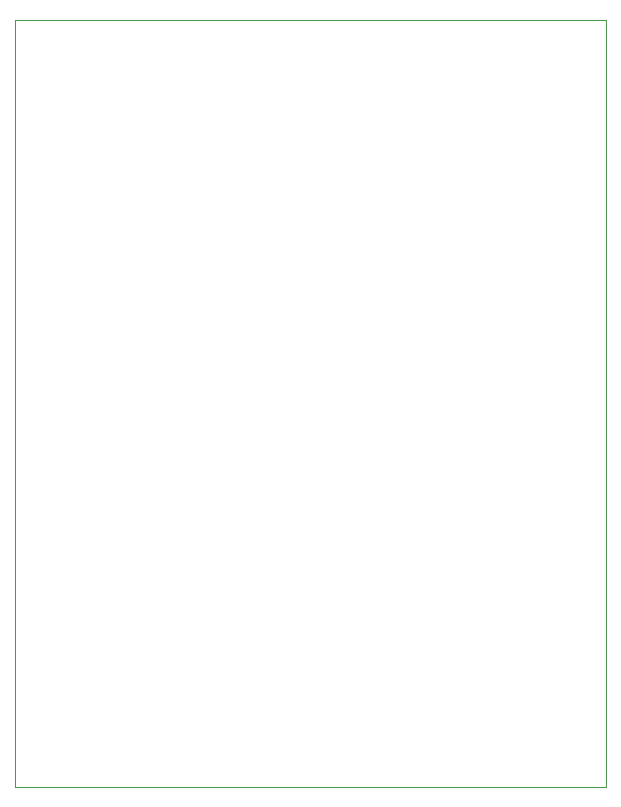
<source format=gbr>
%TF.GenerationSoftware,KiCad,Pcbnew,9.0.2*%
%TF.CreationDate,2025-06-01T20:35:33+02:00*%
%TF.ProjectId,IBIS,49424953-2e6b-4696-9361-645f70636258,rev?*%
%TF.SameCoordinates,Original*%
%TF.FileFunction,Profile,NP*%
%FSLAX46Y46*%
G04 Gerber Fmt 4.6, Leading zero omitted, Abs format (unit mm)*
G04 Created by KiCad (PCBNEW 9.0.2) date 2025-06-01 20:35:33*
%MOMM*%
%LPD*%
G01*
G04 APERTURE LIST*
%TA.AperFunction,Profile*%
%ADD10C,0.050000*%
%TD*%
G04 APERTURE END LIST*
D10*
X50000000Y-40500000D02*
X100000000Y-40500000D01*
X100000000Y-105500000D01*
X50000000Y-105500000D01*
X50000000Y-40500000D01*
M02*

</source>
